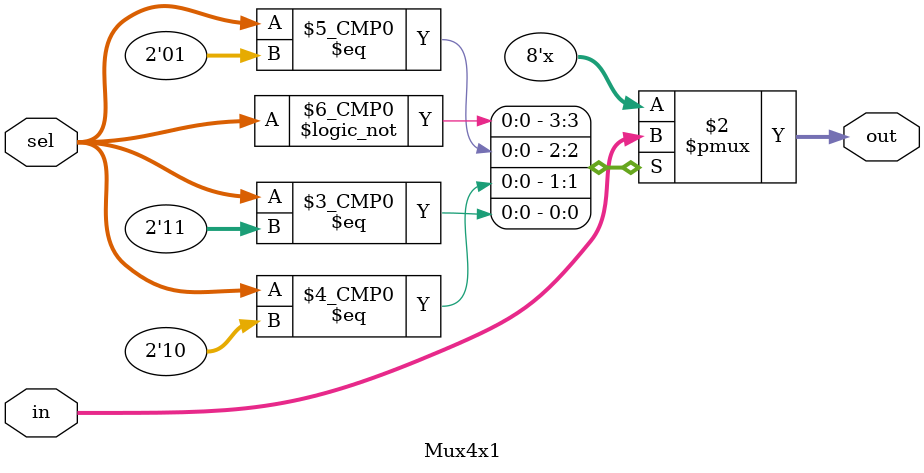
<source format=v>
`timescale 1ns / 1ps


module Mux4x1
    (
        output reg [7:0] out,
        input [31:0] in,
        input [1:0] sel
    );
    always @(*) 
    begin
        case (sel)
            0:out=in[31:24];
            1:out=in[23:16];
            2:out=in[15:8];
            3:out=in[7:0]; 
            default: out=8'b0;
        endcase    
    end
endmodule

</source>
